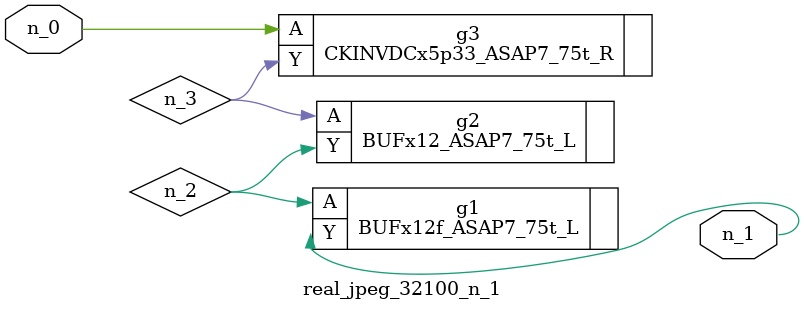
<source format=v>
module real_jpeg_32100_n_1 (n_0, n_1);

input n_0;

output n_1;

wire n_3;
wire n_2;

CKINVDCx5p33_ASAP7_75t_R g3 ( 
.A(n_0),
.Y(n_3)
);

BUFx12f_ASAP7_75t_L g1 ( 
.A(n_2),
.Y(n_1)
);

BUFx12_ASAP7_75t_L g2 ( 
.A(n_3),
.Y(n_2)
);


endmodule
</source>
